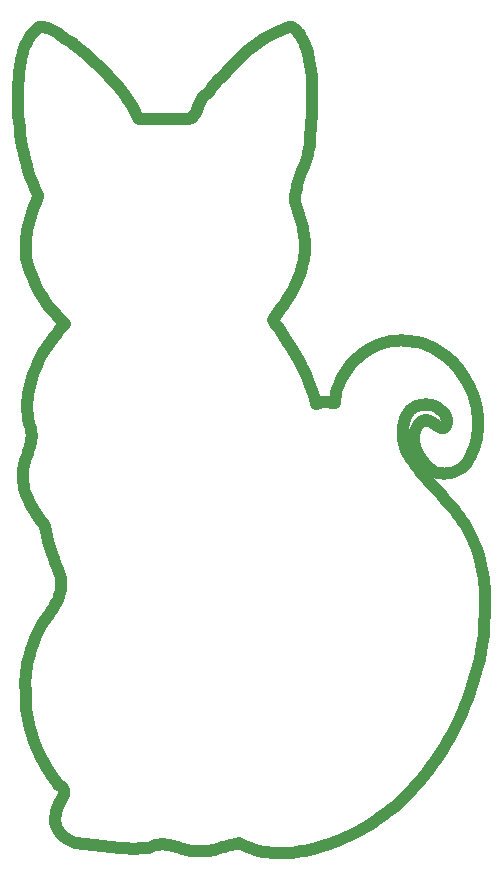
<source format=gbr>
%TF.GenerationSoftware,KiCad,Pcbnew,8.0.4*%
%TF.CreationDate,2024-07-22T12:01:49+03:00*%
%TF.ProjectId,purrChash,70757272-4368-4617-9368-2e6b69636164,rev?*%
%TF.SameCoordinates,Original*%
%TF.FileFunction,Profile,NP*%
%FSLAX46Y46*%
G04 Gerber Fmt 4.6, Leading zero omitted, Abs format (unit mm)*
G04 Created by KiCad (PCBNEW 8.0.4) date 2024-07-22 12:01:49*
%MOMM*%
%LPD*%
G01*
G04 APERTURE LIST*
%TA.AperFunction,Profile*%
%ADD10C,1.000000*%
%TD*%
G04 APERTURE END LIST*
D10*
X37969000Y-13937000D02*
X38105000Y-13998000D01*
X38231000Y-14074000D01*
X38347000Y-14162000D01*
X38454000Y-14262000D01*
X38553000Y-14373000D01*
X38644000Y-14492000D01*
X38728000Y-14619000D01*
X38807000Y-14753000D01*
X38879000Y-14893000D01*
X38947000Y-15036000D01*
X39011000Y-15183000D01*
X39072000Y-15331000D01*
X39129000Y-15480000D01*
X39185000Y-15628000D01*
X39239000Y-15773000D01*
X39292000Y-15916000D01*
X39346000Y-16054000D01*
X39400000Y-16186000D01*
X39483000Y-16600000D01*
X39562000Y-17086000D01*
X39624000Y-17574000D01*
X39670000Y-18064000D01*
X39702000Y-18556000D01*
X39720000Y-19050000D01*
X39727000Y-19544000D01*
X39724000Y-20039000D01*
X39712000Y-20534000D01*
X39692000Y-21029000D01*
X39666000Y-21524000D01*
X39636000Y-22018000D01*
X39602000Y-22511000D01*
X39566000Y-23002000D01*
X39529000Y-23492000D01*
X39521000Y-23656000D01*
X39493000Y-23928000D01*
X39451000Y-24197000D01*
X39395000Y-24463000D01*
X39327000Y-24727000D01*
X39251000Y-24988000D01*
X39166000Y-25248000D01*
X39077000Y-25507000D01*
X38983000Y-25764000D01*
X38888000Y-26021000D01*
X38794000Y-26278000D01*
X38701000Y-26535000D01*
X38613000Y-26792000D01*
X38531000Y-27051000D01*
X38456000Y-27311000D01*
X38392000Y-27572000D01*
X38340000Y-27836000D01*
X38302000Y-28102000D01*
X38279000Y-28371000D01*
X38274000Y-28643000D01*
X38297000Y-28722000D01*
X38376000Y-28987000D01*
X38456000Y-29252000D01*
X38536000Y-29519000D01*
X38616000Y-29787000D01*
X38693000Y-30056000D01*
X38767000Y-30326000D01*
X38837000Y-30598000D01*
X38901000Y-30869000D01*
X38959000Y-31142000D01*
X39010000Y-31415000D01*
X39051000Y-31689000D01*
X39083000Y-31964000D01*
X39103000Y-32238000D01*
X39112000Y-32513000D01*
X39107000Y-32788000D01*
X39088000Y-33063000D01*
X39053000Y-33338000D01*
X39002000Y-33613000D01*
X38933000Y-33888000D01*
X38845000Y-34162000D01*
X38830000Y-34232000D01*
X38753000Y-34552000D01*
X38659000Y-34864000D01*
X38550000Y-35168000D01*
X38427000Y-35465000D01*
X38292000Y-35757000D01*
X38145000Y-36043000D01*
X37989000Y-36324000D01*
X37825000Y-36601000D01*
X37653000Y-36874000D01*
X37476000Y-37144000D01*
X37294000Y-37411000D01*
X37109000Y-37677000D01*
X36922000Y-37941000D01*
X36735000Y-38205000D01*
X36549000Y-38468000D01*
X36365000Y-38733000D01*
X36591000Y-39041000D01*
X36872000Y-39430000D01*
X37148000Y-39823000D01*
X37420000Y-40221000D01*
X37685000Y-40623000D01*
X37944000Y-41030000D01*
X38194000Y-41441000D01*
X38436000Y-41858000D01*
X38668000Y-42280000D01*
X38889000Y-42707000D01*
X39097000Y-43140000D01*
X39294000Y-43579000D01*
X39476000Y-44024000D01*
X39643000Y-44475000D01*
X39794000Y-44932000D01*
X39929000Y-45395000D01*
X40046000Y-45865000D01*
X40046000Y-45864000D01*
X40095000Y-45832000D01*
X40212000Y-45771000D01*
X40338000Y-45725000D01*
X40472000Y-45692000D01*
X40612000Y-45671000D01*
X40756000Y-45660000D01*
X40902000Y-45659000D01*
X41050000Y-45665000D01*
X41197000Y-45679000D01*
X41341000Y-45698000D01*
X41481000Y-45721000D01*
X41615000Y-45748000D01*
X41618000Y-45715000D01*
X41651000Y-45414000D01*
X41702000Y-45116000D01*
X41770000Y-44822000D01*
X41853000Y-44532000D01*
X41952000Y-44247000D01*
X42066000Y-43968000D01*
X42195000Y-43695000D01*
X42338000Y-43429000D01*
X42493000Y-43170000D01*
X42662000Y-42919000D01*
X42843000Y-42677000D01*
X43036000Y-42443000D01*
X43240000Y-42220000D01*
X43454000Y-42007000D01*
X43678000Y-41805000D01*
X43913000Y-41614000D01*
X44155000Y-41436000D01*
X44407000Y-41270000D01*
X44666000Y-41118000D01*
X44933000Y-40979000D01*
X45206000Y-40855000D01*
X45486000Y-40747000D01*
X45771000Y-40654000D01*
X46061000Y-40577000D01*
X46356000Y-40517000D01*
X46655000Y-40475000D01*
X46957000Y-40451000D01*
X47263000Y-40445000D01*
X47570000Y-40459000D01*
X47696000Y-40465000D01*
X48023000Y-40492000D01*
X48345000Y-40538000D01*
X48659000Y-40602000D01*
X48967000Y-40682000D01*
X49268000Y-40779000D01*
X49562000Y-40892000D01*
X49848000Y-41021000D01*
X50127000Y-41164000D01*
X50397000Y-41321000D01*
X50659000Y-41492000D01*
X50912000Y-41675000D01*
X51157000Y-41871000D01*
X51392000Y-42079000D01*
X51618000Y-42297000D01*
X51834000Y-42527000D01*
X52040000Y-42766000D01*
X52236000Y-43014000D01*
X52421000Y-43271000D01*
X52596000Y-43537000D01*
X52759000Y-43809000D01*
X52911000Y-44089000D01*
X53051000Y-44375000D01*
X53180000Y-44667000D01*
X53296000Y-44964000D01*
X53400000Y-45265000D01*
X53491000Y-45570000D01*
X53569000Y-45879000D01*
X53634000Y-46190000D01*
X53686000Y-46504000D01*
X53723000Y-46818000D01*
X53747000Y-47134000D01*
X53756000Y-47450000D01*
X53750000Y-47766000D01*
X53730000Y-48081000D01*
X53695000Y-48395000D01*
X53644000Y-48706000D01*
X53577000Y-49015000D01*
X53494000Y-49320000D01*
X53395000Y-49622000D01*
X53280000Y-49919000D01*
X53147000Y-50211000D01*
X53121000Y-50275000D01*
X53031000Y-50464000D01*
X52927000Y-50641000D01*
X52810000Y-50804000D01*
X52679000Y-50955000D01*
X52538000Y-51093000D01*
X52386000Y-51217000D01*
X52225000Y-51328000D01*
X52055000Y-51425000D01*
X51878000Y-51509000D01*
X51694000Y-51578000D01*
X51505000Y-51633000D01*
X51312000Y-51674000D01*
X51115000Y-51699000D01*
X50916000Y-51710000D01*
X50716000Y-51706000D01*
X50515000Y-51687000D01*
X50315000Y-51653000D01*
X50116000Y-51602000D01*
X50055000Y-51564000D01*
X49918000Y-51469000D01*
X49782000Y-51366000D01*
X49648000Y-51253000D01*
X49516000Y-51133000D01*
X49389000Y-51005000D01*
X49265000Y-50869000D01*
X49146000Y-50728000D01*
X49033000Y-50581000D01*
X48926000Y-50428000D01*
X48826000Y-50271000D01*
X48733000Y-50110000D01*
X48649000Y-49945000D01*
X48574000Y-49777000D01*
X48508000Y-49607000D01*
X48452000Y-49436000D01*
X48407000Y-49263000D01*
X48374000Y-49090000D01*
X48354000Y-48917000D01*
X48346000Y-48744000D01*
X48352000Y-48573000D01*
X48372000Y-48404000D01*
X48407000Y-48237000D01*
X48458000Y-48073000D01*
X48526000Y-47912000D01*
X48610000Y-47756000D01*
X48712000Y-47605000D01*
X48833000Y-47459000D01*
X48841000Y-47451000D01*
X48934000Y-47369000D01*
X49026000Y-47305000D01*
X49117000Y-47259000D01*
X49207000Y-47228000D01*
X49295000Y-47212000D01*
X49383000Y-47208000D01*
X49469000Y-47217000D01*
X49555000Y-47236000D01*
X49641000Y-47264000D01*
X49725000Y-47300000D01*
X49810000Y-47342000D01*
X49894000Y-47389000D01*
X49977000Y-47440000D01*
X50061000Y-47494000D01*
X50144000Y-47548000D01*
X50228000Y-47602000D01*
X50311000Y-47654000D01*
X50395000Y-47703000D01*
X50480000Y-47748000D01*
X50565000Y-47787000D01*
X50650000Y-47819000D01*
X50736000Y-47842000D01*
X50823000Y-47856000D01*
X50911000Y-47859000D01*
X50962000Y-47789000D01*
X51030000Y-47674000D01*
X51079000Y-47559000D01*
X51112000Y-47443000D01*
X51127000Y-47328000D01*
X51127000Y-47214000D01*
X51112000Y-47102000D01*
X51083000Y-46991000D01*
X51042000Y-46882000D01*
X50989000Y-46777000D01*
X50924000Y-46674000D01*
X50850000Y-46576000D01*
X50766000Y-46482000D01*
X50675000Y-46392000D01*
X50576000Y-46308000D01*
X50470000Y-46230000D01*
X50360000Y-46158000D01*
X50245000Y-46092000D01*
X50126000Y-46034000D01*
X50005000Y-45983000D01*
X49882000Y-45941000D01*
X49759000Y-45907000D01*
X49635000Y-45883000D01*
X49513000Y-45868000D01*
X49393000Y-45863000D01*
X49276000Y-45868000D01*
X49215000Y-45869000D01*
X49031000Y-45882000D01*
X48858000Y-45911000D01*
X48696000Y-45954000D01*
X48544000Y-46011000D01*
X48402000Y-46082000D01*
X48271000Y-46165000D01*
X48149000Y-46260000D01*
X48037000Y-46365000D01*
X47935000Y-46481000D01*
X47842000Y-46606000D01*
X47758000Y-46739000D01*
X47683000Y-46880000D01*
X47618000Y-47028000D01*
X47561000Y-47181000D01*
X47512000Y-47340000D01*
X47472000Y-47503000D01*
X47440000Y-47670000D01*
X47416000Y-47840000D01*
X47400000Y-48012000D01*
X47392000Y-48184000D01*
X47391000Y-48358000D01*
X47398000Y-48531000D01*
X47412000Y-48702000D01*
X47433000Y-48872000D01*
X47460000Y-49039000D01*
X47495000Y-49202000D01*
X47536000Y-49361000D01*
X47583000Y-49514000D01*
X47636000Y-49662000D01*
X47696000Y-49803000D01*
X47838000Y-50066000D01*
X48024000Y-50378000D01*
X48222000Y-50683000D01*
X48430000Y-50981000D01*
X48647000Y-51272000D01*
X48873000Y-51557000D01*
X49105000Y-51838000D01*
X49344000Y-52114000D01*
X49587000Y-52388000D01*
X49834000Y-52659000D01*
X50083000Y-52928000D01*
X50333000Y-53197000D01*
X50583000Y-53466000D01*
X50832000Y-53735000D01*
X51079000Y-54006000D01*
X51322000Y-54280000D01*
X51560000Y-54557000D01*
X51793000Y-54838000D01*
X52018000Y-55124000D01*
X52235000Y-55416000D01*
X52443000Y-55714000D01*
X52640000Y-56019000D01*
X52826000Y-56333000D01*
X52999000Y-56655000D01*
X53157000Y-56988000D01*
X53300000Y-57331000D01*
X53418000Y-57578000D01*
X53577000Y-57946000D01*
X53718000Y-58318000D01*
X53842000Y-58694000D01*
X53950000Y-59074000D01*
X54042000Y-59456000D01*
X54121000Y-59842000D01*
X54186000Y-60231000D01*
X54238000Y-60621000D01*
X54279000Y-61014000D01*
X54310000Y-61409000D01*
X54331000Y-61804000D01*
X54343000Y-62201000D01*
X54347000Y-62599000D01*
X54344000Y-62997000D01*
X54335000Y-63395000D01*
X54321000Y-63794000D01*
X54303000Y-64191000D01*
X54281000Y-64588000D01*
X54257000Y-64984000D01*
X54232000Y-65378000D01*
X54206000Y-65771000D01*
X54119000Y-66293000D01*
X54012000Y-66860000D01*
X53892000Y-67426000D01*
X53759000Y-67990000D01*
X53613000Y-68552000D01*
X53455000Y-69112000D01*
X53283000Y-69668000D01*
X53099000Y-70221000D01*
X52902000Y-70770000D01*
X52692000Y-71314000D01*
X52470000Y-71854000D01*
X52235000Y-72388000D01*
X51987000Y-72916000D01*
X51727000Y-73438000D01*
X51454000Y-73953000D01*
X51169000Y-74461000D01*
X50871000Y-74961000D01*
X50561000Y-75453000D01*
X50238000Y-75937000D01*
X49903000Y-76411000D01*
X49556000Y-76876000D01*
X49196000Y-77330000D01*
X48824000Y-77774000D01*
X48440000Y-78207000D01*
X48043000Y-78629000D01*
X47635000Y-79039000D01*
X47214000Y-79436000D01*
X46781000Y-79821000D01*
X46336000Y-80192000D01*
X45879000Y-80549000D01*
X45410000Y-80892000D01*
X44929000Y-81221000D01*
X44436000Y-81534000D01*
X43931000Y-81832000D01*
X43811000Y-81896000D01*
X43501000Y-82057000D01*
X43185000Y-82214000D01*
X42865000Y-82368000D01*
X42540000Y-82517000D01*
X42211000Y-82661000D01*
X41878000Y-82800000D01*
X41541000Y-82933000D01*
X41201000Y-83059000D01*
X40858000Y-83178000D01*
X40513000Y-83289000D01*
X40165000Y-83392000D01*
X39815000Y-83486000D01*
X39464000Y-83570000D01*
X39111000Y-83645000D01*
X38757000Y-83709000D01*
X38403000Y-83762000D01*
X38048000Y-83803000D01*
X37693000Y-83832000D01*
X37339000Y-83848000D01*
X36985000Y-83851000D01*
X36632000Y-83839000D01*
X36280000Y-83814000D01*
X35930000Y-83773000D01*
X35582000Y-83717000D01*
X35235000Y-83644000D01*
X34892000Y-83555000D01*
X34551000Y-83448000D01*
X34214000Y-83323000D01*
X33880000Y-83180000D01*
X33549000Y-83018000D01*
X33357000Y-83042000D01*
X33149000Y-83080000D01*
X32941000Y-83127000D01*
X32734000Y-83182000D01*
X32527000Y-83243000D01*
X32320000Y-83307000D01*
X32112000Y-83372000D01*
X31904000Y-83437000D01*
X31695000Y-83499000D01*
X31485000Y-83556000D01*
X31274000Y-83605000D01*
X31061000Y-83646000D01*
X30847000Y-83675000D01*
X30630000Y-83691000D01*
X30411000Y-83691000D01*
X30190000Y-83674000D01*
X30169000Y-83677000D01*
X30000000Y-83692000D01*
X29832000Y-83695000D01*
X29664000Y-83686000D01*
X29497000Y-83667000D01*
X29331000Y-83639000D01*
X29166000Y-83604000D01*
X29001000Y-83563000D01*
X28836000Y-83517000D01*
X28672000Y-83468000D01*
X28509000Y-83417000D01*
X28346000Y-83365000D01*
X28183000Y-83315000D01*
X28020000Y-83266000D01*
X27858000Y-83221000D01*
X27696000Y-83181000D01*
X27534000Y-83147000D01*
X27373000Y-83121000D01*
X27211000Y-83104000D01*
X27050000Y-83097000D01*
X26888000Y-83102000D01*
X26727000Y-83120000D01*
X26565000Y-83153000D01*
X26403000Y-83202000D01*
X26241000Y-83268000D01*
X26079000Y-83352000D01*
X25919000Y-83378000D01*
X25543000Y-83425000D01*
X25167000Y-83454000D01*
X24789000Y-83468000D01*
X24411000Y-83468000D01*
X24031000Y-83456000D01*
X23652000Y-83434000D01*
X23272000Y-83403000D01*
X22891000Y-83366000D01*
X22511000Y-83323000D01*
X22131000Y-83277000D01*
X21752000Y-83230000D01*
X21373000Y-83183000D01*
X20995000Y-83139000D01*
X20618000Y-83098000D01*
X20242000Y-83063000D01*
X20115000Y-83054000D01*
X19946000Y-83032000D01*
X19778000Y-82998000D01*
X19612000Y-82954000D01*
X19450000Y-82900000D01*
X19291000Y-82836000D01*
X19137000Y-82762000D01*
X18988000Y-82679000D01*
X18846000Y-82587000D01*
X18711000Y-82486000D01*
X18583000Y-82378000D01*
X18465000Y-82262000D01*
X18356000Y-82138000D01*
X18258000Y-82008000D01*
X18172000Y-81871000D01*
X18097000Y-81727000D01*
X18036000Y-81578000D01*
X17988000Y-81423000D01*
X17955000Y-81263000D01*
X17938000Y-81099000D01*
X17937000Y-80930000D01*
X17954000Y-80757000D01*
X17988000Y-80581000D01*
X18042000Y-80401000D01*
X18053000Y-80315000D01*
X18073000Y-80219000D01*
X18101000Y-80122000D01*
X18136000Y-80026000D01*
X18176000Y-79930000D01*
X18221000Y-79834000D01*
X18269000Y-79739000D01*
X18319000Y-79644000D01*
X18370000Y-79550000D01*
X18422000Y-79456000D01*
X18472000Y-79363000D01*
X18520000Y-79271000D01*
X18564000Y-79180000D01*
X18604000Y-79090000D01*
X18639000Y-79001000D01*
X18667000Y-78914000D01*
X18687000Y-78827000D01*
X18698000Y-78743000D01*
X18699000Y-78660000D01*
X18690000Y-78578000D01*
X18668000Y-78498000D01*
X18633000Y-78420000D01*
X18584000Y-78344000D01*
X18519000Y-78270000D01*
X18437000Y-78198000D01*
X18338000Y-78129000D01*
X18221000Y-78062000D01*
X18160000Y-77982000D01*
X17904000Y-77636000D01*
X17659000Y-77281000D01*
X17423000Y-76918000D01*
X17197000Y-76547000D01*
X16983000Y-76169000D01*
X16780000Y-75783000D01*
X16589000Y-75391000D01*
X16412000Y-74994000D01*
X16248000Y-74590000D01*
X16097000Y-74182000D01*
X15962000Y-73768000D01*
X15842000Y-73351000D01*
X15737000Y-72930000D01*
X15649000Y-72506000D01*
X15579000Y-72078000D01*
X15525000Y-71649000D01*
X15490000Y-71218000D01*
X15474000Y-70785000D01*
X15477000Y-70351000D01*
X15452000Y-70067000D01*
X15434000Y-69671000D01*
X15434000Y-69277000D01*
X15453000Y-68885000D01*
X15490000Y-68495000D01*
X15543000Y-68108000D01*
X15613000Y-67724000D01*
X15699000Y-67343000D01*
X15800000Y-66965000D01*
X15916000Y-66591000D01*
X16045000Y-66221000D01*
X16188000Y-65855000D01*
X16344000Y-65494000D01*
X16511000Y-65138000D01*
X16691000Y-64787000D01*
X16881000Y-64442000D01*
X17081000Y-64103000D01*
X17139000Y-64029000D01*
X17269000Y-63861000D01*
X17397000Y-63690000D01*
X17522000Y-63516000D01*
X17644000Y-63338000D01*
X17760000Y-63156000D01*
X17872000Y-62972000D01*
X17976000Y-62784000D01*
X18074000Y-62594000D01*
X18162000Y-62401000D01*
X18242000Y-62205000D01*
X18311000Y-62006000D01*
X18368000Y-61805000D01*
X18414000Y-61601000D01*
X18446000Y-61395000D01*
X18464000Y-61187000D01*
X18467000Y-60977000D01*
X18453000Y-60765000D01*
X18423000Y-60551000D01*
X18374000Y-60335000D01*
X18307000Y-60117000D01*
X18270000Y-60026000D01*
X18122000Y-59654000D01*
X17977000Y-59280000D01*
X17836000Y-58905000D01*
X17702000Y-58528000D01*
X17576000Y-58149000D01*
X17461000Y-57767000D01*
X17358000Y-57382000D01*
X17268000Y-56992000D01*
X17194000Y-56598000D01*
X17138000Y-56200000D01*
X17095000Y-56143000D01*
X16931000Y-55921000D01*
X16766000Y-55697000D01*
X16604000Y-55470000D01*
X16444000Y-55241000D01*
X16288000Y-55008000D01*
X16138000Y-54772000D01*
X15996000Y-54532000D01*
X15861000Y-54288000D01*
X15736000Y-54040000D01*
X15622000Y-53787000D01*
X15520000Y-53528000D01*
X15432000Y-53265000D01*
X15358000Y-52995000D01*
X15301000Y-52720000D01*
X15261000Y-52437000D01*
X15251000Y-52397000D01*
X15218000Y-52210000D01*
X15200000Y-52024000D01*
X15195000Y-51839000D01*
X15204000Y-51655000D01*
X15223000Y-51472000D01*
X15253000Y-51289000D01*
X15291000Y-51106000D01*
X15336000Y-50925000D01*
X15387000Y-50743000D01*
X15442000Y-50562000D01*
X15501000Y-50382000D01*
X15561000Y-50202000D01*
X15622000Y-50022000D01*
X15682000Y-49843000D01*
X15739000Y-49664000D01*
X15793000Y-49485000D01*
X15841000Y-49306000D01*
X15883000Y-49127000D01*
X15918000Y-48948000D01*
X15943000Y-48770000D01*
X15958000Y-48591000D01*
X15961000Y-48412000D01*
X15951000Y-48233000D01*
X15926000Y-48054000D01*
X15885000Y-47875000D01*
X15827000Y-47695000D01*
X15750000Y-47515000D01*
X15732000Y-47431000D01*
X15670000Y-47077000D01*
X15626000Y-46723000D01*
X15602000Y-46369000D01*
X15595000Y-46016000D01*
X15605000Y-45664000D01*
X15633000Y-45313000D01*
X15676000Y-44963000D01*
X15736000Y-44616000D01*
X15810000Y-44270000D01*
X15899000Y-43928000D01*
X16001000Y-43588000D01*
X16116000Y-43251000D01*
X16245000Y-42918000D01*
X16385000Y-42589000D01*
X16536000Y-42264000D01*
X16698000Y-41943000D01*
X16870000Y-41628000D01*
X17052000Y-41318000D01*
X17243000Y-41013000D01*
X17442000Y-40714000D01*
X17649000Y-40421000D01*
X17862000Y-40135000D01*
X18083000Y-39856000D01*
X18309000Y-39584000D01*
X18540000Y-39320000D01*
X18776000Y-39064000D01*
X18667000Y-38954000D01*
X18410000Y-38688000D01*
X18158000Y-38417000D01*
X17912000Y-38141000D01*
X17672000Y-37860000D01*
X17440000Y-37572000D01*
X17217000Y-37277000D01*
X17004000Y-36976000D01*
X16802000Y-36668000D01*
X16612000Y-36352000D01*
X16436000Y-36029000D01*
X16274000Y-35697000D01*
X16128000Y-35357000D01*
X15998000Y-35008000D01*
X15959000Y-34927000D01*
X15835000Y-34642000D01*
X15730000Y-34355000D01*
X15643000Y-34065000D01*
X15573000Y-33773000D01*
X15520000Y-33480000D01*
X15482000Y-33185000D01*
X15460000Y-32889000D01*
X15451000Y-32593000D01*
X15457000Y-32295000D01*
X15474000Y-31998000D01*
X15504000Y-31700000D01*
X15545000Y-31403000D01*
X15597000Y-31106000D01*
X15658000Y-30811000D01*
X15728000Y-30516000D01*
X15806000Y-30223000D01*
X15891000Y-29932000D01*
X15983000Y-29642000D01*
X16081000Y-29355000D01*
X16184000Y-29071000D01*
X16292000Y-28789000D01*
X16403000Y-28511000D01*
X16516000Y-28236000D01*
X16466000Y-28130000D01*
X16245000Y-27638000D01*
X16043000Y-27138000D01*
X15858000Y-26633000D01*
X15690000Y-26122000D01*
X15538000Y-25606000D01*
X15402000Y-25086000D01*
X15282000Y-24562000D01*
X15176000Y-24034000D01*
X15085000Y-23503000D01*
X15007000Y-22970000D01*
X14943000Y-22435000D01*
X14891000Y-21899000D01*
X14851000Y-21361000D01*
X14823000Y-20823000D01*
X14806000Y-20285000D01*
X14800000Y-19747000D01*
X14806000Y-19628000D01*
X14817000Y-19387000D01*
X14827000Y-19143000D01*
X14839000Y-18896000D01*
X14851000Y-18646000D01*
X14865000Y-18394000D01*
X14882000Y-18140000D01*
X14902000Y-17886000D01*
X14926000Y-17632000D01*
X14955000Y-17378000D01*
X14989000Y-17126000D01*
X15029000Y-16875000D01*
X15076000Y-16627000D01*
X15130000Y-16381000D01*
X15193000Y-16140000D01*
X15265000Y-15902000D01*
X15346000Y-15669000D01*
X15437000Y-15442000D01*
X15540000Y-15221000D01*
X15654000Y-15007000D01*
X15781000Y-14800000D01*
X15920000Y-14601000D01*
X16074000Y-14411000D01*
X16242000Y-14230000D01*
X16425000Y-14059000D01*
X16625000Y-13898000D01*
X16793000Y-13903000D01*
X16976000Y-13925000D01*
X17155000Y-13964000D01*
X17331000Y-14018000D01*
X17503000Y-14084000D01*
X17673000Y-14162000D01*
X17839000Y-14250000D01*
X18004000Y-14346000D01*
X18167000Y-14448000D01*
X18327000Y-14556000D01*
X18486000Y-14666000D01*
X18644000Y-14778000D01*
X18801000Y-14889000D01*
X18958000Y-14999000D01*
X19114000Y-15105000D01*
X19270000Y-15206000D01*
X19426000Y-15301000D01*
X19474000Y-15338000D01*
X19843000Y-15629000D01*
X20209000Y-15925000D01*
X20572000Y-16228000D01*
X20931000Y-16538000D01*
X21285000Y-16854000D01*
X21633000Y-17178000D01*
X21974000Y-17509000D01*
X22307000Y-17847000D01*
X22632000Y-18193000D01*
X22948000Y-18547000D01*
X23253000Y-18909000D01*
X23547000Y-19279000D01*
X23828000Y-19658000D01*
X24097000Y-20045000D01*
X24352000Y-20442000D01*
X24592000Y-20848000D01*
X24817000Y-21263000D01*
X25024000Y-21687000D01*
X29279000Y-21687000D01*
X29316000Y-21680000D01*
X29416000Y-21648000D01*
X29507000Y-21602000D01*
X29588000Y-21542000D01*
X29662000Y-21470000D01*
X29729000Y-21388000D01*
X29790000Y-21295000D01*
X29847000Y-21195000D01*
X29899000Y-21088000D01*
X29949000Y-20975000D01*
X29996000Y-20858000D01*
X30043000Y-20739000D01*
X30090000Y-20618000D01*
X30138000Y-20497000D01*
X30188000Y-20377000D01*
X30241000Y-20259000D01*
X30298000Y-20146000D01*
X30360000Y-20037000D01*
X30428000Y-19935000D01*
X30503000Y-19841000D01*
X30586000Y-19757000D01*
X30678000Y-19683000D01*
X30773000Y-19575000D01*
X31024000Y-19292000D01*
X31276000Y-19006000D01*
X31529000Y-18719000D01*
X31784000Y-18431000D01*
X32042000Y-18144000D01*
X32302000Y-17858000D01*
X32565000Y-17574000D01*
X32832000Y-17293000D01*
X33102000Y-17016000D01*
X33376000Y-16743000D01*
X33655000Y-16476000D01*
X33938000Y-16216000D01*
X34227000Y-15962000D01*
X34521000Y-15717000D01*
X34822000Y-15481000D01*
X35128000Y-15254000D01*
X35441000Y-15038000D01*
X35762000Y-14834000D01*
X36089000Y-14642000D01*
X36425000Y-14463000D01*
X36768000Y-14298000D01*
X37120000Y-14149000D01*
X37481000Y-14015000D01*
X37851000Y-13898000D01*
X37969000Y-13937000D01*
M02*

</source>
